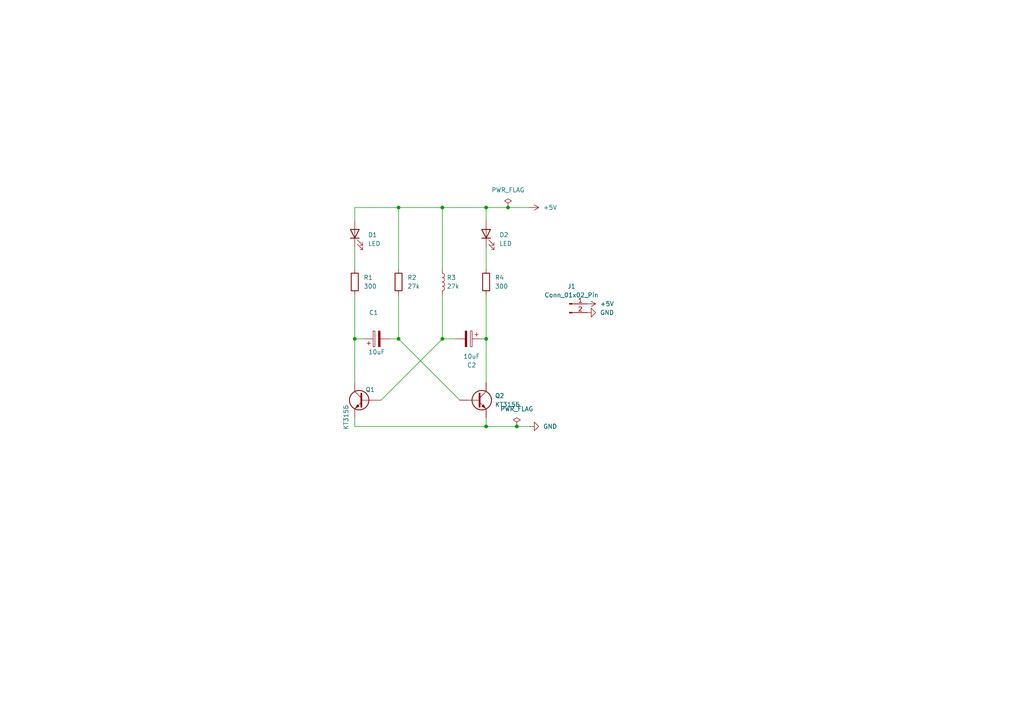
<source format=kicad_sch>
(kicad_sch (version 20250114) (generator "eeschema") (generator_version "9.0")
  (paper "A4")
  (lib_symbols
    (symbol "Connector:Conn_01x02_Pin" (pin_names (offset 1.016) (hide yes))
      (property "Reference" "J" (at 0 2.54 0))
      (property "Value" "Conn_01x02_Pin" (at 0 -5.08 0))
      (symbol "Conn_01x02_Pin_1_1"
        (rectangle (start 0.8636 0.127) (end 0 -0.127) (stroke (width 0.1524)) (fill (type outline)))
        (rectangle (start 0.8636 -2.413) (end 0 -2.667) (stroke (width 0.1524)) (fill (type outline)))
        (polyline (pts (xy 1.27 0) (xy 0.8636 0)) (stroke (width 0.1524)))
        (polyline (pts (xy 1.27 -2.54) (xy 0.8636 -2.54)) (stroke (width 0.1524)))
        (pin passive line (at 5.08 0 180) (length 3.81) (name "Pin_1") (number "1"))
        (pin passive line (at 5.08 -2.54 180) (length 3.81) (name "Pin_2") (number "2"))
      )
    )
    (symbol "Device:C_Polarized" (pin_numbers (hide yes)) (pin_names (offset 0.254))
      (property "Reference" "C" (at 0.635 2.54 0))
      (property "Value" "C_Polarized" (at 0.635 -2.54 0))
      (symbol "C_Polarized_0_1"
        (rectangle (start -2.286 0.508) (end 2.286 1.016))
        (polyline (pts (xy -1.778 2.286) (xy -0.762 2.286)))
        (polyline (pts (xy -1.27 2.794) (xy -1.27 1.778)))
        (rectangle (start 2.286 -0.508) (end -2.286 -1.016) (fill (type outline)))
      )
      (symbol "C_Polarized_1_1"
        (pin passive line (at 0 3.81 270) (length 2.794) (name "~") (number "1"))
        (pin passive line (at 0 -3.81 90) (length 2.794) (name "~") (number "2"))
      )
    )
    (symbol "Device:L" (pin_numbers (hide yes)) (pin_names (offset 1.016) (hide yes))
      (property "Reference" "L" (at -1.27 0 90))
      (property "Value" "L" (at 1.905 0 90))
      (symbol "L_0_1"
        (arc (start 0 2.54) (mid 0.6323 1.905) (end 0 1.27))
        (arc (start 0 1.27) (mid 0.6323 0.635) (end 0 0))
        (arc (start 0 0) (mid 0.6323 -0.635) (end 0 -1.27))
        (arc (start 0 -1.27) (mid 0.6323 -1.905) (end 0 -2.54))
      )
      (symbol "L_1_1"
        (pin passive line (at 0 3.81 270) (length 1.27) (name "1") (number "1"))
        (pin passive line (at 0 -3.81 90) (length 1.27) (name "2") (number "2"))
      )
    )
    (symbol "Device:LED" (pin_numbers (hide yes)) (pin_names (offset 1.016) (hide yes))
      (property "Reference" "D" (at 0 2.54 0))
      (property "Value" "LED" (at 0 -2.54 0))
      (symbol "LED_0_1"
        (polyline (pts (xy -3.048 -0.762) (xy -4.572 -2.286) (xy -3.81 -2.286) (xy -4.572 -2.286) (xy -4.572 -1.524)))
        (polyline (pts (xy -1.778 -0.762) (xy -3.302 -2.286) (xy -2.54 -2.286) (xy -3.302 -2.286) (xy -3.302 -1.524)))
        (polyline (pts (xy -1.27 0) (xy 1.27 0)))
        (polyline (pts (xy -1.27 -1.27) (xy -1.27 1.27)) (stroke (width 0.254)))
        (polyline (pts (xy 1.27 -1.27) (xy 1.27 1.27) (xy -1.27 0) (xy 1.27 -1.27)) (stroke (width 0.254)))
      )
      (symbol "LED_1_1"
        (pin passive line (at -3.81 0 0) (length 2.54) (name "K") (number "1"))
        (pin passive line (at 3.81 0 180) (length 2.54) (name "A") (number "2"))
      )
    )
    (symbol "Device:Q_NPN" (pin_numbers (hide yes)) (pin_names (offset 0) (hide yes))
      (property "Reference" "Q" (at 5.08 1.27 0))
      (property "Value" "Q_NPN" (at 5.08 -1.27 0))
      (symbol "Q_NPN_0_1"
        (polyline (pts (xy -2.54 0) (xy 0.635 0)))
        (polyline (pts (xy 0.635 1.905) (xy 0.635 -1.905)) (stroke (width 0.508)))
        (polyline (pts (xy 0.635 0.635) (xy 2.54 2.54)))
        (polyline (pts (xy 0.635 -0.635) (xy 2.54 -2.54)))
        (circle (center 1.27 0) (radius 2.8194) (stroke (width 0.254)))
        (polyline (pts (xy 1.27 -1.778) (xy 1.778 -1.27) (xy 2.286 -2.286) (xy 1.27 -1.778)) (fill (type outline)))
      )
      (symbol "Q_NPN_1_1"
        (pin input line (at -5.08 0 0) (length 2.54) (name "B") (number "B"))
        (pin passive line (at 2.54 5.08 270) (length 2.54) (name "C") (number "C"))
        (pin passive line (at 2.54 -5.08 90) (length 2.54) (name "E") (number "E"))
      )
    )
    (symbol "Device:R" (pin_numbers (hide yes)) (pin_names (offset 0))
      (property "Reference" "R" (at 2.032 0 90))
      (property "Value" "R" (at 0 0 90))
      (symbol "R_0_1"
        (rectangle (start -1.016 -2.54) (end 1.016 2.54) (stroke (width 0.254)))
      )
      (symbol "R_1_1"
        (pin passive line (at 0 3.81 270) (length 1.27) (name "~") (number "1"))
        (pin passive line (at 0 -3.81 90) (length 1.27) (name "~") (number "2"))
      )
    )
    (symbol "power:+5V" (power) (pin_numbers (hide yes)) (pin_names (offset 0) (hide yes))
      (property "Value" "+5V" (at 0 3.556 0))
      (symbol "+5V_0_1"
        (polyline (pts (xy -0.762 1.27) (xy 0 2.54)))
        (polyline (pts (xy 0 2.54) (xy 0.762 1.27)))
        (polyline (pts (xy 0 0) (xy 0 2.54)))
      )
      (symbol "+5V_1_1"
        (pin power_in line (at 0 0 90) (length 0) (name "~") (number "1"))
      )
    )
    (symbol "power:GND" (power) (pin_numbers (hide yes)) (pin_names (offset 0) (hide yes))
      (property "Value" "GND" (at 0 -3.81 0))
      (symbol "GND_0_1"
        (polyline (pts (xy 0 0) (xy 0 -1.27) (xy 1.27 -1.27) (xy 0 -2.54) (xy -1.27 -1.27) (xy 0 -1.27)))
      )
      (symbol "GND_1_1"
        (pin power_in line (at 0 0 270) (length 0) (name "~") (number "1"))
      )
    )
    (symbol "power:PWR_FLAG" (power) (pin_numbers (hide yes)) (pin_names (offset 0) (hide yes))
      (property "Value" "PWR_FLAG" (at 0 3.81 0))
      (symbol "PWR_FLAG_0_0"
        (pin power_out line (at 0 0 90) (length 0) (name "~") (number "1"))
      )
      (symbol "PWR_FLAG_0_1"
        (polyline (pts (xy 0 0) (xy 0 1.27) (xy -1.016 1.905) (xy 0 2.54) (xy 1.016 1.905) (xy 0 1.27)))
      )
    )
  )
  (junction (at 128.3 60.19))
  (junction (at 128.3 98.29))
  (junction (at 141 123.69))
  (junction (at 115.6 60.19))
  (junction (at 115.6 98.29))
  (junction (at 141 98.29))
  (junction (at 149.89 123.69))
  (junction (at 141 60.19))
  (junction (at 102.9 98.29))
  (junction (at 147.35 60.19))
  (wire (pts (xy 115.6 98.29) (xy 133.38 116.07)))
  (wire (pts (xy 128.3 98.29) (xy 132.11 98.29)))
  (wire (pts (xy 128.3 60.19) (xy 141 60.19)))
  (wire (pts (xy 141 123.69) (xy 149.89 123.69)))
  (wire (pts (xy 128.3 85.59) (xy 128.3 98.29)))
  (wire (pts (xy 102.9 98.29) (xy 105.44 98.29)))
  (wire (pts (xy 128.3 60.19) (xy 128.3 77.97)))
  (wire (pts (xy 102.9 98.29) (xy 102.9 110.99)))
  (wire (pts (xy 102.9 60.19) (xy 115.6 60.19)))
  (wire (pts (xy 141 60.19) (xy 141 64)))
  (wire (pts (xy 141 60.19) (xy 147.35 60.19)))
  (wire (pts (xy 113.06 98.29) (xy 115.6 98.29)))
  (wire (pts (xy 128.3 98.29) (xy 110.52 116.07)))
  (wire (pts (xy 149.89 123.69) (xy 153.7 123.69)))
  (wire (pts (xy 102.9 64) (xy 102.9 60.19)))
  (wire (pts (xy 102.9 121.15) (xy 102.9 123.69)))
  (wire (pts (xy 141 71.62) (xy 141 77.97)))
  (wire (pts (xy 141 98.29) (xy 141 110.99)))
  (wire (pts (xy 115.6 98.29) (xy 115.6 85.59)))
  (wire (pts (xy 102.9 85.59) (xy 102.9 98.29)))
  (wire (pts (xy 141 85.59) (xy 141 98.29)))
  (wire (pts (xy 102.9 71.62) (xy 102.9 77.97)))
  (wire (pts (xy 115.6 60.19) (xy 115.6 77.97)))
  (wire (pts (xy 147.35 60.19) (xy 153.7 60.19)))
  (wire (pts (xy 115.6 60.19) (xy 128.3 60.19)))
  (wire (pts (xy 139.73 98.29) (xy 141 98.29)))
  (wire (pts (xy 102.9 123.69) (xy 141 123.69)))
  (wire (pts (xy 141 121.15) (xy 141 123.69)))
  (symbol (lib_id "Device:LED") (at 141 67.81 90) (unit 1)
    (property "Reference" "D2" (at 144.81 68.1274 90) (effects (justify right)))
    (property "Value" "LED" (at 144.81 70.6674 90) (effects (justify right)))
    (property "Description" "Light emitting diode" (effects (hide yes)))
    (property "Sim.Pins" "1=K 2=A" (effects (hide yes)))
  )
  (symbol (lib_id "power:+5V") (at 170.21 88.13 270) (unit 1)
    (property "Reference" "#PWR03" (effects (hide yes)))
    (property "Value" "+5V" (at 174.02 88.1299 90) (effects (justify left)))
    (property "Description" "Power symbol creates a global label with name \"+5V\"" (effects (hide yes)))
  )
  (symbol (lib_id "Device:R") (at 102.9 81.78 0) (unit 1)
    (property "Reference" "R1" (at 105.44 80.5099 0) (effects (justify left)))
    (property "Value" "300" (at 105.44 83.0499 0) (effects (justify left)))
    (property "Footprint" "Resistor_THT:R_Axial_DIN0204_L3.6mm_D1.6mm_P1.90mm_Vertical" (effects (hide yes)))
    (property "Description" "Resistor" (effects (hide yes)))
  )
  (symbol (lib_id "Device:C_Polarized") (at 109.25 98.29 90) (unit 1)
    (property "Reference" "C1" (at 108.361 90.67 90))
    (property "Value" "10uF" (at 109.25 102.1 90))
    (property "Footprint" "Capacitor_SMD:C_0402_1005Metric" (effects (hide yes)))
    (property "Description" "Polarized capacitor" (effects (hide yes)))
  )
  (symbol (lib_id "power:PWR_FLAG") (at 147.35 60.19 0) (unit 1)
    (property "Reference" "#FLG01" (effects (hide yes)))
    (property "Value" "PWR_FLAG" (at 147.35 55.11 0))
    (property "Description" "Special symbol for telling ERC where power comes from" (effects (hide yes)))
  )
  (symbol (lib_id "Device:L") (at 128.3 81.78 0) (unit 1)
    (property "Reference" "R3" (at 129.57 80.5099 0) (effects (justify left)))
    (property "Value" "27k" (at 129.57 83.0499 0) (effects (justify left)))
    (property "Footprint" "Resistor_THT:R_Axial_DIN0204_L3.6mm_D1.6mm_P1.90mm_Vertical" (effects (hide yes)))
    (property "Description" "Inductor" (effects (hide yes)))
  )
  (symbol (lib_id "Device:R") (at 115.6 81.78 0) (unit 1)
    (property "Reference" "R2" (at 118.14 80.5099 0) (effects (justify left)))
    (property "Value" "27k" (at 118.14 83.0499 0) (effects (justify left)))
    (property "Footprint" "Resistor_THT:R_Axial_DIN0204_L3.6mm_D1.6mm_P1.90mm_Vertical" (effects (hide yes)))
    (property "Description" "Resistor" (effects (hide yes)))
  )
  (symbol (lib_id "Device:R") (at 141 81.78 0) (unit 1)
    (property "Reference" "R4" (at 143.54 80.5099 0) (effects (justify left)))
    (property "Value" "300" (at 143.54 83.0499 0) (effects (justify left)))
    (property "Footprint" "Resistor_THT:R_Axial_DIN0204_L3.6mm_D1.6mm_P1.90mm_Vertical" (effects (hide yes)))
    (property "Description" "Resistor" (effects (hide yes)))
  )
  (symbol (lib_id "power:+5V") (at 153.7 60.19 270) (unit 1)
    (property "Reference" "#PWR01" (effects (hide yes)))
    (property "Value" "+5V" (at 157.51 60.1899 90) (effects (justify left)))
    (property "Description" "Power symbol creates a global label with name \"+5V\"" (effects (hide yes)))
  )
  (symbol (lib_id "Device:LED") (at 102.9 67.81 90) (unit 1)
    (property "Reference" "D1" (at 106.71 68.1274 90) (effects (justify right)))
    (property "Value" "LED" (at 106.71 70.6674 90) (effects (justify right)))
    (property "Description" "Light emitting diode" (effects (hide yes)))
    (property "Sim.Pins" "1=K 2=A" (effects (hide yes)))
  )
  (symbol (lib_id "Device:Q_NPN") (at 105.44 116.07 0) (mirror y) (unit 1)
    (property "Reference" "Q1" (at 108.742 113.022 0) (effects (justify left)))
    (property "Value" "КТ315Б" (at 100.36 117.3399 90) (effects (justify right)))
    (property "Description" "NPN bipolar junction transistor" (effects (hide yes)))
  )
  (symbol (lib_id "Device:Q_NPN") (at 138.46 116.07 0) (unit 1)
    (property "Reference" "Q2" (at 143.54 114.7999 0) (effects (justify left)))
    (property "Value" "КТ315Б" (at 143.54 117.3399 0) (effects (justify left)))
    (property "Description" "NPN bipolar junction transistor" (effects (hide yes)))
  )
  (symbol (lib_id "power:GND") (at 170.21 90.67 90) (unit 1)
    (property "Reference" "#PWR04" (effects (hide yes)))
    (property "Value" "GND" (at 174.02 90.6699 90) (effects (justify right)))
    (property "Description" "Power symbol creates a global label with name \"GND\" , ground" (effects (hide yes)))
  )
  (symbol (lib_id "Connector:Conn_01x02_Pin") (at 165.13 88.13 0) (unit 1)
    (property "Reference" "J1" (at 165.765 83.05 0))
    (property "Value" "Conn_01x02_Pin" (at 165.765 85.59 0))
    (property "Description" "Generic connector, single row, 01x02, script generated" (effects (hide yes)))
  )
  (symbol (lib_id "Device:C_Polarized") (at 135.92 98.29 270) (unit 1)
    (property "Reference" "C2" (at 136.809 105.91 90))
    (property "Value" "10uF" (at 136.809 103.37 90))
    (property "Footprint" "Capacitor_SMD:C_0402_1005Metric" (effects (hide yes)))
    (property "Description" "Polarized capacitor" (effects (hide yes)))
  )
  (symbol (lib_id "power:PWR_FLAG") (at 149.89 123.69 0) (unit 1)
    (property "Reference" "#FLG02" (effects (hide yes)))
    (property "Value" "PWR_FLAG" (at 149.89 118.61 0))
    (property "Description" "Special symbol for telling ERC where power comes from" (effects (hide yes)))
  )
  (symbol (lib_id "power:GND") (at 153.7 123.69 90) (unit 1)
    (property "Reference" "#PWR02" (effects (hide yes)))
    (property "Value" "GND" (at 157.51 123.6899 90) (effects (justify right)))
    (property "Description" "Power symbol creates a global label with name \"GND\" , ground" (effects (hide yes)))
  )
)
</source>
